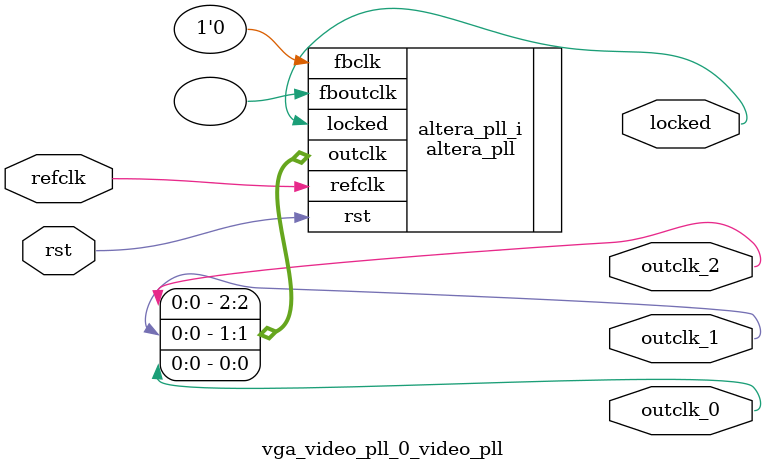
<source format=v>
`timescale 1ns/10ps
module  vga_video_pll_0_video_pll(

	// interface 'refclk'
	input wire refclk,

	// interface 'reset'
	input wire rst,

	// interface 'outclk0'
	output wire outclk_0,

	// interface 'outclk1'
	output wire outclk_1,

	// interface 'outclk2'
	output wire outclk_2,

	// interface 'locked'
	output wire locked
);

	altera_pll #(
		.fractional_vco_multiplier("false"),
		.reference_clock_frequency("50.0 MHz"),
		.operation_mode("direct"),
		.number_of_clocks(3),
		.output_clock_frequency0("25.000000 MHz"),
		.phase_shift0("0 ps"),
		.duty_cycle0(50),
		.output_clock_frequency1("25.000000 MHz"),
		.phase_shift1("0 ps"),
		.duty_cycle1(50),
		.output_clock_frequency2("33.000000 MHz"),
		.phase_shift2("0 ps"),
		.duty_cycle2(50),
		.output_clock_frequency3("0 MHz"),
		.phase_shift3("0 ps"),
		.duty_cycle3(50),
		.output_clock_frequency4("0 MHz"),
		.phase_shift4("0 ps"),
		.duty_cycle4(50),
		.output_clock_frequency5("0 MHz"),
		.phase_shift5("0 ps"),
		.duty_cycle5(50),
		.output_clock_frequency6("0 MHz"),
		.phase_shift6("0 ps"),
		.duty_cycle6(50),
		.output_clock_frequency7("0 MHz"),
		.phase_shift7("0 ps"),
		.duty_cycle7(50),
		.output_clock_frequency8("0 MHz"),
		.phase_shift8("0 ps"),
		.duty_cycle8(50),
		.output_clock_frequency9("0 MHz"),
		.phase_shift9("0 ps"),
		.duty_cycle9(50),
		.output_clock_frequency10("0 MHz"),
		.phase_shift10("0 ps"),
		.duty_cycle10(50),
		.output_clock_frequency11("0 MHz"),
		.phase_shift11("0 ps"),
		.duty_cycle11(50),
		.output_clock_frequency12("0 MHz"),
		.phase_shift12("0 ps"),
		.duty_cycle12(50),
		.output_clock_frequency13("0 MHz"),
		.phase_shift13("0 ps"),
		.duty_cycle13(50),
		.output_clock_frequency14("0 MHz"),
		.phase_shift14("0 ps"),
		.duty_cycle14(50),
		.output_clock_frequency15("0 MHz"),
		.phase_shift15("0 ps"),
		.duty_cycle15(50),
		.output_clock_frequency16("0 MHz"),
		.phase_shift16("0 ps"),
		.duty_cycle16(50),
		.output_clock_frequency17("0 MHz"),
		.phase_shift17("0 ps"),
		.duty_cycle17(50),
		.pll_type("General"),
		.pll_subtype("General")
	) altera_pll_i (
		.rst	(rst),
		.outclk	({outclk_2, outclk_1, outclk_0}),
		.locked	(locked),
		.fboutclk	( ),
		.fbclk	(1'b0),
		.refclk	(refclk)
	);
endmodule


</source>
